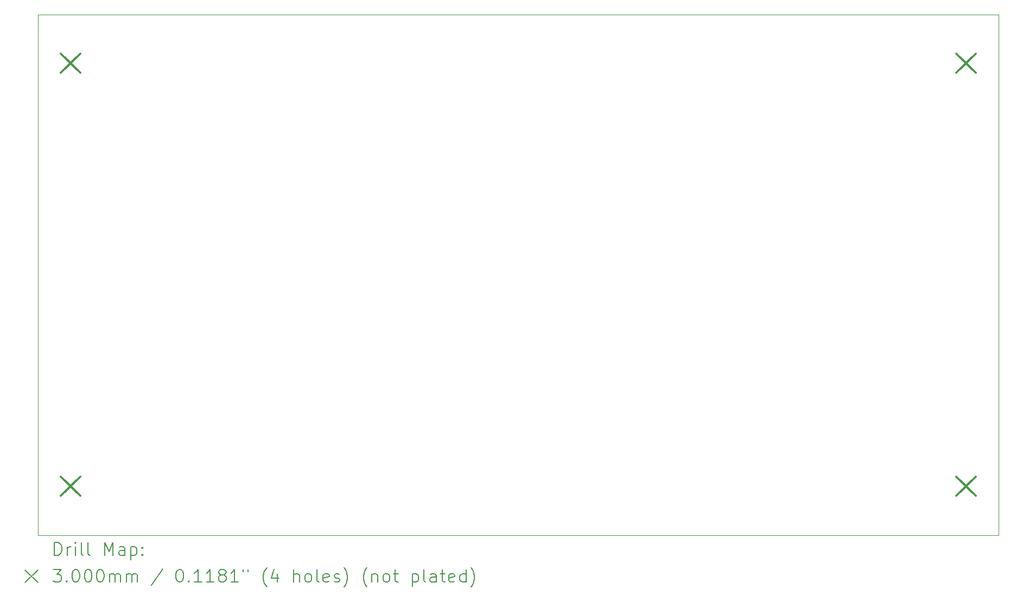
<source format=gbr>
%TF.GenerationSoftware,KiCad,Pcbnew,8.0.7*%
%TF.CreationDate,2025-09-21T15:13:06-04:00*%
%TF.ProjectId,buzzcar_main,62757a7a-6361-4725-9f6d-61696e2e6b69,rev?*%
%TF.SameCoordinates,Original*%
%TF.FileFunction,Drillmap*%
%TF.FilePolarity,Positive*%
%FSLAX45Y45*%
G04 Gerber Fmt 4.5, Leading zero omitted, Abs format (unit mm)*
G04 Created by KiCad (PCBNEW 8.0.7) date 2025-09-21 15:13:06*
%MOMM*%
%LPD*%
G01*
G04 APERTURE LIST*
%ADD10C,0.050000*%
%ADD11C,0.200000*%
%ADD12C,0.300000*%
G04 APERTURE END LIST*
D10*
X2032000Y-1524000D02*
X17018000Y-1524000D01*
X17018000Y-9652000D01*
X2032000Y-9652000D01*
X2032000Y-1524000D01*
D11*
D12*
X2390000Y-2136000D02*
X2690000Y-2436000D01*
X2690000Y-2136000D02*
X2390000Y-2436000D01*
X2390000Y-8740000D02*
X2690000Y-9040000D01*
X2690000Y-8740000D02*
X2390000Y-9040000D01*
X16360000Y-2136000D02*
X16660000Y-2436000D01*
X16660000Y-2136000D02*
X16360000Y-2436000D01*
X16360000Y-8740000D02*
X16660000Y-9040000D01*
X16660000Y-8740000D02*
X16360000Y-9040000D01*
D11*
X2290277Y-9965984D02*
X2290277Y-9765984D01*
X2290277Y-9765984D02*
X2337896Y-9765984D01*
X2337896Y-9765984D02*
X2366467Y-9775508D01*
X2366467Y-9775508D02*
X2385515Y-9794555D01*
X2385515Y-9794555D02*
X2395039Y-9813603D01*
X2395039Y-9813603D02*
X2404563Y-9851698D01*
X2404563Y-9851698D02*
X2404563Y-9880270D01*
X2404563Y-9880270D02*
X2395039Y-9918365D01*
X2395039Y-9918365D02*
X2385515Y-9937412D01*
X2385515Y-9937412D02*
X2366467Y-9956460D01*
X2366467Y-9956460D02*
X2337896Y-9965984D01*
X2337896Y-9965984D02*
X2290277Y-9965984D01*
X2490277Y-9965984D02*
X2490277Y-9832650D01*
X2490277Y-9870746D02*
X2499801Y-9851698D01*
X2499801Y-9851698D02*
X2509324Y-9842174D01*
X2509324Y-9842174D02*
X2528372Y-9832650D01*
X2528372Y-9832650D02*
X2547420Y-9832650D01*
X2614086Y-9965984D02*
X2614086Y-9832650D01*
X2614086Y-9765984D02*
X2604563Y-9775508D01*
X2604563Y-9775508D02*
X2614086Y-9785031D01*
X2614086Y-9785031D02*
X2623610Y-9775508D01*
X2623610Y-9775508D02*
X2614086Y-9765984D01*
X2614086Y-9765984D02*
X2614086Y-9785031D01*
X2737896Y-9965984D02*
X2718848Y-9956460D01*
X2718848Y-9956460D02*
X2709324Y-9937412D01*
X2709324Y-9937412D02*
X2709324Y-9765984D01*
X2842658Y-9965984D02*
X2823610Y-9956460D01*
X2823610Y-9956460D02*
X2814086Y-9937412D01*
X2814086Y-9937412D02*
X2814086Y-9765984D01*
X3071229Y-9965984D02*
X3071229Y-9765984D01*
X3071229Y-9765984D02*
X3137896Y-9908841D01*
X3137896Y-9908841D02*
X3204562Y-9765984D01*
X3204562Y-9765984D02*
X3204562Y-9965984D01*
X3385515Y-9965984D02*
X3385515Y-9861222D01*
X3385515Y-9861222D02*
X3375991Y-9842174D01*
X3375991Y-9842174D02*
X3356943Y-9832650D01*
X3356943Y-9832650D02*
X3318848Y-9832650D01*
X3318848Y-9832650D02*
X3299801Y-9842174D01*
X3385515Y-9956460D02*
X3366467Y-9965984D01*
X3366467Y-9965984D02*
X3318848Y-9965984D01*
X3318848Y-9965984D02*
X3299801Y-9956460D01*
X3299801Y-9956460D02*
X3290277Y-9937412D01*
X3290277Y-9937412D02*
X3290277Y-9918365D01*
X3290277Y-9918365D02*
X3299801Y-9899317D01*
X3299801Y-9899317D02*
X3318848Y-9889793D01*
X3318848Y-9889793D02*
X3366467Y-9889793D01*
X3366467Y-9889793D02*
X3385515Y-9880270D01*
X3480753Y-9832650D02*
X3480753Y-10032650D01*
X3480753Y-9842174D02*
X3499801Y-9832650D01*
X3499801Y-9832650D02*
X3537896Y-9832650D01*
X3537896Y-9832650D02*
X3556943Y-9842174D01*
X3556943Y-9842174D02*
X3566467Y-9851698D01*
X3566467Y-9851698D02*
X3575991Y-9870746D01*
X3575991Y-9870746D02*
X3575991Y-9927889D01*
X3575991Y-9927889D02*
X3566467Y-9946936D01*
X3566467Y-9946936D02*
X3556943Y-9956460D01*
X3556943Y-9956460D02*
X3537896Y-9965984D01*
X3537896Y-9965984D02*
X3499801Y-9965984D01*
X3499801Y-9965984D02*
X3480753Y-9956460D01*
X3661705Y-9946936D02*
X3671229Y-9956460D01*
X3671229Y-9956460D02*
X3661705Y-9965984D01*
X3661705Y-9965984D02*
X3652182Y-9956460D01*
X3652182Y-9956460D02*
X3661705Y-9946936D01*
X3661705Y-9946936D02*
X3661705Y-9965984D01*
X3661705Y-9842174D02*
X3671229Y-9851698D01*
X3671229Y-9851698D02*
X3661705Y-9861222D01*
X3661705Y-9861222D02*
X3652182Y-9851698D01*
X3652182Y-9851698D02*
X3661705Y-9842174D01*
X3661705Y-9842174D02*
X3661705Y-9861222D01*
X1829500Y-10194500D02*
X2029500Y-10394500D01*
X2029500Y-10194500D02*
X1829500Y-10394500D01*
X2271229Y-10185984D02*
X2395039Y-10185984D01*
X2395039Y-10185984D02*
X2328372Y-10262174D01*
X2328372Y-10262174D02*
X2356944Y-10262174D01*
X2356944Y-10262174D02*
X2375991Y-10271698D01*
X2375991Y-10271698D02*
X2385515Y-10281222D01*
X2385515Y-10281222D02*
X2395039Y-10300270D01*
X2395039Y-10300270D02*
X2395039Y-10347889D01*
X2395039Y-10347889D02*
X2385515Y-10366936D01*
X2385515Y-10366936D02*
X2375991Y-10376460D01*
X2375991Y-10376460D02*
X2356944Y-10385984D01*
X2356944Y-10385984D02*
X2299801Y-10385984D01*
X2299801Y-10385984D02*
X2280753Y-10376460D01*
X2280753Y-10376460D02*
X2271229Y-10366936D01*
X2480753Y-10366936D02*
X2490277Y-10376460D01*
X2490277Y-10376460D02*
X2480753Y-10385984D01*
X2480753Y-10385984D02*
X2471229Y-10376460D01*
X2471229Y-10376460D02*
X2480753Y-10366936D01*
X2480753Y-10366936D02*
X2480753Y-10385984D01*
X2614086Y-10185984D02*
X2633134Y-10185984D01*
X2633134Y-10185984D02*
X2652182Y-10195508D01*
X2652182Y-10195508D02*
X2661705Y-10205031D01*
X2661705Y-10205031D02*
X2671229Y-10224079D01*
X2671229Y-10224079D02*
X2680753Y-10262174D01*
X2680753Y-10262174D02*
X2680753Y-10309793D01*
X2680753Y-10309793D02*
X2671229Y-10347889D01*
X2671229Y-10347889D02*
X2661705Y-10366936D01*
X2661705Y-10366936D02*
X2652182Y-10376460D01*
X2652182Y-10376460D02*
X2633134Y-10385984D01*
X2633134Y-10385984D02*
X2614086Y-10385984D01*
X2614086Y-10385984D02*
X2595039Y-10376460D01*
X2595039Y-10376460D02*
X2585515Y-10366936D01*
X2585515Y-10366936D02*
X2575991Y-10347889D01*
X2575991Y-10347889D02*
X2566467Y-10309793D01*
X2566467Y-10309793D02*
X2566467Y-10262174D01*
X2566467Y-10262174D02*
X2575991Y-10224079D01*
X2575991Y-10224079D02*
X2585515Y-10205031D01*
X2585515Y-10205031D02*
X2595039Y-10195508D01*
X2595039Y-10195508D02*
X2614086Y-10185984D01*
X2804562Y-10185984D02*
X2823610Y-10185984D01*
X2823610Y-10185984D02*
X2842658Y-10195508D01*
X2842658Y-10195508D02*
X2852182Y-10205031D01*
X2852182Y-10205031D02*
X2861705Y-10224079D01*
X2861705Y-10224079D02*
X2871229Y-10262174D01*
X2871229Y-10262174D02*
X2871229Y-10309793D01*
X2871229Y-10309793D02*
X2861705Y-10347889D01*
X2861705Y-10347889D02*
X2852182Y-10366936D01*
X2852182Y-10366936D02*
X2842658Y-10376460D01*
X2842658Y-10376460D02*
X2823610Y-10385984D01*
X2823610Y-10385984D02*
X2804562Y-10385984D01*
X2804562Y-10385984D02*
X2785515Y-10376460D01*
X2785515Y-10376460D02*
X2775991Y-10366936D01*
X2775991Y-10366936D02*
X2766467Y-10347889D01*
X2766467Y-10347889D02*
X2756944Y-10309793D01*
X2756944Y-10309793D02*
X2756944Y-10262174D01*
X2756944Y-10262174D02*
X2766467Y-10224079D01*
X2766467Y-10224079D02*
X2775991Y-10205031D01*
X2775991Y-10205031D02*
X2785515Y-10195508D01*
X2785515Y-10195508D02*
X2804562Y-10185984D01*
X2995039Y-10185984D02*
X3014086Y-10185984D01*
X3014086Y-10185984D02*
X3033134Y-10195508D01*
X3033134Y-10195508D02*
X3042658Y-10205031D01*
X3042658Y-10205031D02*
X3052182Y-10224079D01*
X3052182Y-10224079D02*
X3061705Y-10262174D01*
X3061705Y-10262174D02*
X3061705Y-10309793D01*
X3061705Y-10309793D02*
X3052182Y-10347889D01*
X3052182Y-10347889D02*
X3042658Y-10366936D01*
X3042658Y-10366936D02*
X3033134Y-10376460D01*
X3033134Y-10376460D02*
X3014086Y-10385984D01*
X3014086Y-10385984D02*
X2995039Y-10385984D01*
X2995039Y-10385984D02*
X2975991Y-10376460D01*
X2975991Y-10376460D02*
X2966467Y-10366936D01*
X2966467Y-10366936D02*
X2956943Y-10347889D01*
X2956943Y-10347889D02*
X2947420Y-10309793D01*
X2947420Y-10309793D02*
X2947420Y-10262174D01*
X2947420Y-10262174D02*
X2956943Y-10224079D01*
X2956943Y-10224079D02*
X2966467Y-10205031D01*
X2966467Y-10205031D02*
X2975991Y-10195508D01*
X2975991Y-10195508D02*
X2995039Y-10185984D01*
X3147420Y-10385984D02*
X3147420Y-10252650D01*
X3147420Y-10271698D02*
X3156943Y-10262174D01*
X3156943Y-10262174D02*
X3175991Y-10252650D01*
X3175991Y-10252650D02*
X3204563Y-10252650D01*
X3204563Y-10252650D02*
X3223610Y-10262174D01*
X3223610Y-10262174D02*
X3233134Y-10281222D01*
X3233134Y-10281222D02*
X3233134Y-10385984D01*
X3233134Y-10281222D02*
X3242658Y-10262174D01*
X3242658Y-10262174D02*
X3261705Y-10252650D01*
X3261705Y-10252650D02*
X3290277Y-10252650D01*
X3290277Y-10252650D02*
X3309324Y-10262174D01*
X3309324Y-10262174D02*
X3318848Y-10281222D01*
X3318848Y-10281222D02*
X3318848Y-10385984D01*
X3414086Y-10385984D02*
X3414086Y-10252650D01*
X3414086Y-10271698D02*
X3423610Y-10262174D01*
X3423610Y-10262174D02*
X3442658Y-10252650D01*
X3442658Y-10252650D02*
X3471229Y-10252650D01*
X3471229Y-10252650D02*
X3490277Y-10262174D01*
X3490277Y-10262174D02*
X3499801Y-10281222D01*
X3499801Y-10281222D02*
X3499801Y-10385984D01*
X3499801Y-10281222D02*
X3509324Y-10262174D01*
X3509324Y-10262174D02*
X3528372Y-10252650D01*
X3528372Y-10252650D02*
X3556943Y-10252650D01*
X3556943Y-10252650D02*
X3575991Y-10262174D01*
X3575991Y-10262174D02*
X3585515Y-10281222D01*
X3585515Y-10281222D02*
X3585515Y-10385984D01*
X3975991Y-10176460D02*
X3804563Y-10433603D01*
X4233134Y-10185984D02*
X4252182Y-10185984D01*
X4252182Y-10185984D02*
X4271229Y-10195508D01*
X4271229Y-10195508D02*
X4280753Y-10205031D01*
X4280753Y-10205031D02*
X4290277Y-10224079D01*
X4290277Y-10224079D02*
X4299801Y-10262174D01*
X4299801Y-10262174D02*
X4299801Y-10309793D01*
X4299801Y-10309793D02*
X4290277Y-10347889D01*
X4290277Y-10347889D02*
X4280753Y-10366936D01*
X4280753Y-10366936D02*
X4271229Y-10376460D01*
X4271229Y-10376460D02*
X4252182Y-10385984D01*
X4252182Y-10385984D02*
X4233134Y-10385984D01*
X4233134Y-10385984D02*
X4214087Y-10376460D01*
X4214087Y-10376460D02*
X4204563Y-10366936D01*
X4204563Y-10366936D02*
X4195039Y-10347889D01*
X4195039Y-10347889D02*
X4185515Y-10309793D01*
X4185515Y-10309793D02*
X4185515Y-10262174D01*
X4185515Y-10262174D02*
X4195039Y-10224079D01*
X4195039Y-10224079D02*
X4204563Y-10205031D01*
X4204563Y-10205031D02*
X4214087Y-10195508D01*
X4214087Y-10195508D02*
X4233134Y-10185984D01*
X4385515Y-10366936D02*
X4395039Y-10376460D01*
X4395039Y-10376460D02*
X4385515Y-10385984D01*
X4385515Y-10385984D02*
X4375991Y-10376460D01*
X4375991Y-10376460D02*
X4385515Y-10366936D01*
X4385515Y-10366936D02*
X4385515Y-10385984D01*
X4585515Y-10385984D02*
X4471229Y-10385984D01*
X4528372Y-10385984D02*
X4528372Y-10185984D01*
X4528372Y-10185984D02*
X4509325Y-10214555D01*
X4509325Y-10214555D02*
X4490277Y-10233603D01*
X4490277Y-10233603D02*
X4471229Y-10243127D01*
X4775991Y-10385984D02*
X4661706Y-10385984D01*
X4718848Y-10385984D02*
X4718848Y-10185984D01*
X4718848Y-10185984D02*
X4699801Y-10214555D01*
X4699801Y-10214555D02*
X4680753Y-10233603D01*
X4680753Y-10233603D02*
X4661706Y-10243127D01*
X4890277Y-10271698D02*
X4871229Y-10262174D01*
X4871229Y-10262174D02*
X4861706Y-10252650D01*
X4861706Y-10252650D02*
X4852182Y-10233603D01*
X4852182Y-10233603D02*
X4852182Y-10224079D01*
X4852182Y-10224079D02*
X4861706Y-10205031D01*
X4861706Y-10205031D02*
X4871229Y-10195508D01*
X4871229Y-10195508D02*
X4890277Y-10185984D01*
X4890277Y-10185984D02*
X4928372Y-10185984D01*
X4928372Y-10185984D02*
X4947420Y-10195508D01*
X4947420Y-10195508D02*
X4956944Y-10205031D01*
X4956944Y-10205031D02*
X4966468Y-10224079D01*
X4966468Y-10224079D02*
X4966468Y-10233603D01*
X4966468Y-10233603D02*
X4956944Y-10252650D01*
X4956944Y-10252650D02*
X4947420Y-10262174D01*
X4947420Y-10262174D02*
X4928372Y-10271698D01*
X4928372Y-10271698D02*
X4890277Y-10271698D01*
X4890277Y-10271698D02*
X4871229Y-10281222D01*
X4871229Y-10281222D02*
X4861706Y-10290746D01*
X4861706Y-10290746D02*
X4852182Y-10309793D01*
X4852182Y-10309793D02*
X4852182Y-10347889D01*
X4852182Y-10347889D02*
X4861706Y-10366936D01*
X4861706Y-10366936D02*
X4871229Y-10376460D01*
X4871229Y-10376460D02*
X4890277Y-10385984D01*
X4890277Y-10385984D02*
X4928372Y-10385984D01*
X4928372Y-10385984D02*
X4947420Y-10376460D01*
X4947420Y-10376460D02*
X4956944Y-10366936D01*
X4956944Y-10366936D02*
X4966468Y-10347889D01*
X4966468Y-10347889D02*
X4966468Y-10309793D01*
X4966468Y-10309793D02*
X4956944Y-10290746D01*
X4956944Y-10290746D02*
X4947420Y-10281222D01*
X4947420Y-10281222D02*
X4928372Y-10271698D01*
X5156944Y-10385984D02*
X5042658Y-10385984D01*
X5099801Y-10385984D02*
X5099801Y-10185984D01*
X5099801Y-10185984D02*
X5080753Y-10214555D01*
X5080753Y-10214555D02*
X5061706Y-10233603D01*
X5061706Y-10233603D02*
X5042658Y-10243127D01*
X5233134Y-10185984D02*
X5233134Y-10224079D01*
X5309325Y-10185984D02*
X5309325Y-10224079D01*
X5604563Y-10462174D02*
X5595039Y-10452650D01*
X5595039Y-10452650D02*
X5575991Y-10424079D01*
X5575991Y-10424079D02*
X5566468Y-10405031D01*
X5566468Y-10405031D02*
X5556944Y-10376460D01*
X5556944Y-10376460D02*
X5547420Y-10328841D01*
X5547420Y-10328841D02*
X5547420Y-10290746D01*
X5547420Y-10290746D02*
X5556944Y-10243127D01*
X5556944Y-10243127D02*
X5566468Y-10214555D01*
X5566468Y-10214555D02*
X5575991Y-10195508D01*
X5575991Y-10195508D02*
X5595039Y-10166936D01*
X5595039Y-10166936D02*
X5604563Y-10157412D01*
X5766468Y-10252650D02*
X5766468Y-10385984D01*
X5718848Y-10176460D02*
X5671229Y-10319317D01*
X5671229Y-10319317D02*
X5795039Y-10319317D01*
X6023610Y-10385984D02*
X6023610Y-10185984D01*
X6109325Y-10385984D02*
X6109325Y-10281222D01*
X6109325Y-10281222D02*
X6099801Y-10262174D01*
X6099801Y-10262174D02*
X6080753Y-10252650D01*
X6080753Y-10252650D02*
X6052182Y-10252650D01*
X6052182Y-10252650D02*
X6033134Y-10262174D01*
X6033134Y-10262174D02*
X6023610Y-10271698D01*
X6233134Y-10385984D02*
X6214087Y-10376460D01*
X6214087Y-10376460D02*
X6204563Y-10366936D01*
X6204563Y-10366936D02*
X6195039Y-10347889D01*
X6195039Y-10347889D02*
X6195039Y-10290746D01*
X6195039Y-10290746D02*
X6204563Y-10271698D01*
X6204563Y-10271698D02*
X6214087Y-10262174D01*
X6214087Y-10262174D02*
X6233134Y-10252650D01*
X6233134Y-10252650D02*
X6261706Y-10252650D01*
X6261706Y-10252650D02*
X6280753Y-10262174D01*
X6280753Y-10262174D02*
X6290277Y-10271698D01*
X6290277Y-10271698D02*
X6299801Y-10290746D01*
X6299801Y-10290746D02*
X6299801Y-10347889D01*
X6299801Y-10347889D02*
X6290277Y-10366936D01*
X6290277Y-10366936D02*
X6280753Y-10376460D01*
X6280753Y-10376460D02*
X6261706Y-10385984D01*
X6261706Y-10385984D02*
X6233134Y-10385984D01*
X6414087Y-10385984D02*
X6395039Y-10376460D01*
X6395039Y-10376460D02*
X6385515Y-10357412D01*
X6385515Y-10357412D02*
X6385515Y-10185984D01*
X6566468Y-10376460D02*
X6547420Y-10385984D01*
X6547420Y-10385984D02*
X6509325Y-10385984D01*
X6509325Y-10385984D02*
X6490277Y-10376460D01*
X6490277Y-10376460D02*
X6480753Y-10357412D01*
X6480753Y-10357412D02*
X6480753Y-10281222D01*
X6480753Y-10281222D02*
X6490277Y-10262174D01*
X6490277Y-10262174D02*
X6509325Y-10252650D01*
X6509325Y-10252650D02*
X6547420Y-10252650D01*
X6547420Y-10252650D02*
X6566468Y-10262174D01*
X6566468Y-10262174D02*
X6575991Y-10281222D01*
X6575991Y-10281222D02*
X6575991Y-10300270D01*
X6575991Y-10300270D02*
X6480753Y-10319317D01*
X6652182Y-10376460D02*
X6671230Y-10385984D01*
X6671230Y-10385984D02*
X6709325Y-10385984D01*
X6709325Y-10385984D02*
X6728372Y-10376460D01*
X6728372Y-10376460D02*
X6737896Y-10357412D01*
X6737896Y-10357412D02*
X6737896Y-10347889D01*
X6737896Y-10347889D02*
X6728372Y-10328841D01*
X6728372Y-10328841D02*
X6709325Y-10319317D01*
X6709325Y-10319317D02*
X6680753Y-10319317D01*
X6680753Y-10319317D02*
X6661706Y-10309793D01*
X6661706Y-10309793D02*
X6652182Y-10290746D01*
X6652182Y-10290746D02*
X6652182Y-10281222D01*
X6652182Y-10281222D02*
X6661706Y-10262174D01*
X6661706Y-10262174D02*
X6680753Y-10252650D01*
X6680753Y-10252650D02*
X6709325Y-10252650D01*
X6709325Y-10252650D02*
X6728372Y-10262174D01*
X6804563Y-10462174D02*
X6814087Y-10452650D01*
X6814087Y-10452650D02*
X6833134Y-10424079D01*
X6833134Y-10424079D02*
X6842658Y-10405031D01*
X6842658Y-10405031D02*
X6852182Y-10376460D01*
X6852182Y-10376460D02*
X6861706Y-10328841D01*
X6861706Y-10328841D02*
X6861706Y-10290746D01*
X6861706Y-10290746D02*
X6852182Y-10243127D01*
X6852182Y-10243127D02*
X6842658Y-10214555D01*
X6842658Y-10214555D02*
X6833134Y-10195508D01*
X6833134Y-10195508D02*
X6814087Y-10166936D01*
X6814087Y-10166936D02*
X6804563Y-10157412D01*
X7166468Y-10462174D02*
X7156944Y-10452650D01*
X7156944Y-10452650D02*
X7137896Y-10424079D01*
X7137896Y-10424079D02*
X7128372Y-10405031D01*
X7128372Y-10405031D02*
X7118849Y-10376460D01*
X7118849Y-10376460D02*
X7109325Y-10328841D01*
X7109325Y-10328841D02*
X7109325Y-10290746D01*
X7109325Y-10290746D02*
X7118849Y-10243127D01*
X7118849Y-10243127D02*
X7128372Y-10214555D01*
X7128372Y-10214555D02*
X7137896Y-10195508D01*
X7137896Y-10195508D02*
X7156944Y-10166936D01*
X7156944Y-10166936D02*
X7166468Y-10157412D01*
X7242658Y-10252650D02*
X7242658Y-10385984D01*
X7242658Y-10271698D02*
X7252182Y-10262174D01*
X7252182Y-10262174D02*
X7271230Y-10252650D01*
X7271230Y-10252650D02*
X7299801Y-10252650D01*
X7299801Y-10252650D02*
X7318849Y-10262174D01*
X7318849Y-10262174D02*
X7328372Y-10281222D01*
X7328372Y-10281222D02*
X7328372Y-10385984D01*
X7452182Y-10385984D02*
X7433134Y-10376460D01*
X7433134Y-10376460D02*
X7423611Y-10366936D01*
X7423611Y-10366936D02*
X7414087Y-10347889D01*
X7414087Y-10347889D02*
X7414087Y-10290746D01*
X7414087Y-10290746D02*
X7423611Y-10271698D01*
X7423611Y-10271698D02*
X7433134Y-10262174D01*
X7433134Y-10262174D02*
X7452182Y-10252650D01*
X7452182Y-10252650D02*
X7480753Y-10252650D01*
X7480753Y-10252650D02*
X7499801Y-10262174D01*
X7499801Y-10262174D02*
X7509325Y-10271698D01*
X7509325Y-10271698D02*
X7518849Y-10290746D01*
X7518849Y-10290746D02*
X7518849Y-10347889D01*
X7518849Y-10347889D02*
X7509325Y-10366936D01*
X7509325Y-10366936D02*
X7499801Y-10376460D01*
X7499801Y-10376460D02*
X7480753Y-10385984D01*
X7480753Y-10385984D02*
X7452182Y-10385984D01*
X7575992Y-10252650D02*
X7652182Y-10252650D01*
X7604563Y-10185984D02*
X7604563Y-10357412D01*
X7604563Y-10357412D02*
X7614087Y-10376460D01*
X7614087Y-10376460D02*
X7633134Y-10385984D01*
X7633134Y-10385984D02*
X7652182Y-10385984D01*
X7871230Y-10252650D02*
X7871230Y-10452650D01*
X7871230Y-10262174D02*
X7890277Y-10252650D01*
X7890277Y-10252650D02*
X7928373Y-10252650D01*
X7928373Y-10252650D02*
X7947420Y-10262174D01*
X7947420Y-10262174D02*
X7956944Y-10271698D01*
X7956944Y-10271698D02*
X7966468Y-10290746D01*
X7966468Y-10290746D02*
X7966468Y-10347889D01*
X7966468Y-10347889D02*
X7956944Y-10366936D01*
X7956944Y-10366936D02*
X7947420Y-10376460D01*
X7947420Y-10376460D02*
X7928373Y-10385984D01*
X7928373Y-10385984D02*
X7890277Y-10385984D01*
X7890277Y-10385984D02*
X7871230Y-10376460D01*
X8080753Y-10385984D02*
X8061706Y-10376460D01*
X8061706Y-10376460D02*
X8052182Y-10357412D01*
X8052182Y-10357412D02*
X8052182Y-10185984D01*
X8242658Y-10385984D02*
X8242658Y-10281222D01*
X8242658Y-10281222D02*
X8233134Y-10262174D01*
X8233134Y-10262174D02*
X8214087Y-10252650D01*
X8214087Y-10252650D02*
X8175992Y-10252650D01*
X8175992Y-10252650D02*
X8156944Y-10262174D01*
X8242658Y-10376460D02*
X8223611Y-10385984D01*
X8223611Y-10385984D02*
X8175992Y-10385984D01*
X8175992Y-10385984D02*
X8156944Y-10376460D01*
X8156944Y-10376460D02*
X8147420Y-10357412D01*
X8147420Y-10357412D02*
X8147420Y-10338365D01*
X8147420Y-10338365D02*
X8156944Y-10319317D01*
X8156944Y-10319317D02*
X8175992Y-10309793D01*
X8175992Y-10309793D02*
X8223611Y-10309793D01*
X8223611Y-10309793D02*
X8242658Y-10300270D01*
X8309325Y-10252650D02*
X8385515Y-10252650D01*
X8337896Y-10185984D02*
X8337896Y-10357412D01*
X8337896Y-10357412D02*
X8347420Y-10376460D01*
X8347420Y-10376460D02*
X8366468Y-10385984D01*
X8366468Y-10385984D02*
X8385515Y-10385984D01*
X8528373Y-10376460D02*
X8509325Y-10385984D01*
X8509325Y-10385984D02*
X8471230Y-10385984D01*
X8471230Y-10385984D02*
X8452182Y-10376460D01*
X8452182Y-10376460D02*
X8442658Y-10357412D01*
X8442658Y-10357412D02*
X8442658Y-10281222D01*
X8442658Y-10281222D02*
X8452182Y-10262174D01*
X8452182Y-10262174D02*
X8471230Y-10252650D01*
X8471230Y-10252650D02*
X8509325Y-10252650D01*
X8509325Y-10252650D02*
X8528373Y-10262174D01*
X8528373Y-10262174D02*
X8537896Y-10281222D01*
X8537896Y-10281222D02*
X8537896Y-10300270D01*
X8537896Y-10300270D02*
X8442658Y-10319317D01*
X8709325Y-10385984D02*
X8709325Y-10185984D01*
X8709325Y-10376460D02*
X8690277Y-10385984D01*
X8690277Y-10385984D02*
X8652182Y-10385984D01*
X8652182Y-10385984D02*
X8633135Y-10376460D01*
X8633135Y-10376460D02*
X8623611Y-10366936D01*
X8623611Y-10366936D02*
X8614087Y-10347889D01*
X8614087Y-10347889D02*
X8614087Y-10290746D01*
X8614087Y-10290746D02*
X8623611Y-10271698D01*
X8623611Y-10271698D02*
X8633135Y-10262174D01*
X8633135Y-10262174D02*
X8652182Y-10252650D01*
X8652182Y-10252650D02*
X8690277Y-10252650D01*
X8690277Y-10252650D02*
X8709325Y-10262174D01*
X8785516Y-10462174D02*
X8795039Y-10452650D01*
X8795039Y-10452650D02*
X8814087Y-10424079D01*
X8814087Y-10424079D02*
X8823611Y-10405031D01*
X8823611Y-10405031D02*
X8833135Y-10376460D01*
X8833135Y-10376460D02*
X8842658Y-10328841D01*
X8842658Y-10328841D02*
X8842658Y-10290746D01*
X8842658Y-10290746D02*
X8833135Y-10243127D01*
X8833135Y-10243127D02*
X8823611Y-10214555D01*
X8823611Y-10214555D02*
X8814087Y-10195508D01*
X8814087Y-10195508D02*
X8795039Y-10166936D01*
X8795039Y-10166936D02*
X8785516Y-10157412D01*
M02*

</source>
